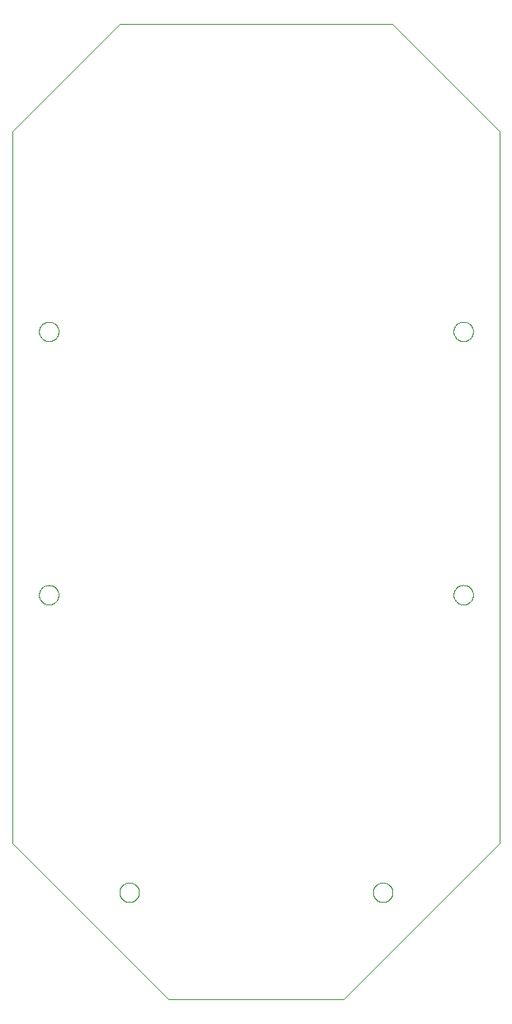
<source format=gbp>
G75*
%MOIN*%
%OFA0B0*%
%FSLAX25Y25*%
%IPPOS*%
%LPD*%
%AMOC8*
5,1,8,0,0,1.08239X$1,22.5*
%
%ADD10C,0.00000*%
D10*
X0064492Y0011220D02*
X0001500Y0074213D01*
X0001500Y0361614D01*
X0044807Y0404921D01*
X0155043Y0404921D01*
X0198350Y0361614D01*
X0198350Y0074213D01*
X0135358Y0011220D01*
X0064492Y0011220D01*
X0044807Y0054528D02*
X0044809Y0054653D01*
X0044815Y0054778D01*
X0044825Y0054902D01*
X0044839Y0055026D01*
X0044856Y0055150D01*
X0044878Y0055273D01*
X0044904Y0055395D01*
X0044933Y0055517D01*
X0044966Y0055637D01*
X0045004Y0055756D01*
X0045044Y0055875D01*
X0045089Y0055991D01*
X0045137Y0056106D01*
X0045189Y0056220D01*
X0045245Y0056332D01*
X0045304Y0056442D01*
X0045366Y0056550D01*
X0045432Y0056657D01*
X0045501Y0056761D01*
X0045574Y0056862D01*
X0045649Y0056962D01*
X0045728Y0057059D01*
X0045810Y0057153D01*
X0045895Y0057245D01*
X0045982Y0057334D01*
X0046073Y0057420D01*
X0046166Y0057503D01*
X0046262Y0057584D01*
X0046360Y0057661D01*
X0046460Y0057735D01*
X0046563Y0057806D01*
X0046668Y0057873D01*
X0046776Y0057938D01*
X0046885Y0057998D01*
X0046996Y0058056D01*
X0047109Y0058109D01*
X0047223Y0058159D01*
X0047339Y0058206D01*
X0047456Y0058248D01*
X0047575Y0058287D01*
X0047695Y0058323D01*
X0047816Y0058354D01*
X0047938Y0058382D01*
X0048060Y0058405D01*
X0048184Y0058425D01*
X0048308Y0058441D01*
X0048432Y0058453D01*
X0048557Y0058461D01*
X0048682Y0058465D01*
X0048806Y0058465D01*
X0048931Y0058461D01*
X0049056Y0058453D01*
X0049180Y0058441D01*
X0049304Y0058425D01*
X0049428Y0058405D01*
X0049550Y0058382D01*
X0049672Y0058354D01*
X0049793Y0058323D01*
X0049913Y0058287D01*
X0050032Y0058248D01*
X0050149Y0058206D01*
X0050265Y0058159D01*
X0050379Y0058109D01*
X0050492Y0058056D01*
X0050603Y0057998D01*
X0050713Y0057938D01*
X0050820Y0057873D01*
X0050925Y0057806D01*
X0051028Y0057735D01*
X0051128Y0057661D01*
X0051226Y0057584D01*
X0051322Y0057503D01*
X0051415Y0057420D01*
X0051506Y0057334D01*
X0051593Y0057245D01*
X0051678Y0057153D01*
X0051760Y0057059D01*
X0051839Y0056962D01*
X0051914Y0056862D01*
X0051987Y0056761D01*
X0052056Y0056657D01*
X0052122Y0056550D01*
X0052184Y0056442D01*
X0052243Y0056332D01*
X0052299Y0056220D01*
X0052351Y0056106D01*
X0052399Y0055991D01*
X0052444Y0055875D01*
X0052484Y0055756D01*
X0052522Y0055637D01*
X0052555Y0055517D01*
X0052584Y0055395D01*
X0052610Y0055273D01*
X0052632Y0055150D01*
X0052649Y0055026D01*
X0052663Y0054902D01*
X0052673Y0054778D01*
X0052679Y0054653D01*
X0052681Y0054528D01*
X0052679Y0054403D01*
X0052673Y0054278D01*
X0052663Y0054154D01*
X0052649Y0054030D01*
X0052632Y0053906D01*
X0052610Y0053783D01*
X0052584Y0053661D01*
X0052555Y0053539D01*
X0052522Y0053419D01*
X0052484Y0053300D01*
X0052444Y0053181D01*
X0052399Y0053065D01*
X0052351Y0052950D01*
X0052299Y0052836D01*
X0052243Y0052724D01*
X0052184Y0052614D01*
X0052122Y0052506D01*
X0052056Y0052399D01*
X0051987Y0052295D01*
X0051914Y0052194D01*
X0051839Y0052094D01*
X0051760Y0051997D01*
X0051678Y0051903D01*
X0051593Y0051811D01*
X0051506Y0051722D01*
X0051415Y0051636D01*
X0051322Y0051553D01*
X0051226Y0051472D01*
X0051128Y0051395D01*
X0051028Y0051321D01*
X0050925Y0051250D01*
X0050820Y0051183D01*
X0050712Y0051118D01*
X0050603Y0051058D01*
X0050492Y0051000D01*
X0050379Y0050947D01*
X0050265Y0050897D01*
X0050149Y0050850D01*
X0050032Y0050808D01*
X0049913Y0050769D01*
X0049793Y0050733D01*
X0049672Y0050702D01*
X0049550Y0050674D01*
X0049428Y0050651D01*
X0049304Y0050631D01*
X0049180Y0050615D01*
X0049056Y0050603D01*
X0048931Y0050595D01*
X0048806Y0050591D01*
X0048682Y0050591D01*
X0048557Y0050595D01*
X0048432Y0050603D01*
X0048308Y0050615D01*
X0048184Y0050631D01*
X0048060Y0050651D01*
X0047938Y0050674D01*
X0047816Y0050702D01*
X0047695Y0050733D01*
X0047575Y0050769D01*
X0047456Y0050808D01*
X0047339Y0050850D01*
X0047223Y0050897D01*
X0047109Y0050947D01*
X0046996Y0051000D01*
X0046885Y0051058D01*
X0046775Y0051118D01*
X0046668Y0051183D01*
X0046563Y0051250D01*
X0046460Y0051321D01*
X0046360Y0051395D01*
X0046262Y0051472D01*
X0046166Y0051553D01*
X0046073Y0051636D01*
X0045982Y0051722D01*
X0045895Y0051811D01*
X0045810Y0051903D01*
X0045728Y0051997D01*
X0045649Y0052094D01*
X0045574Y0052194D01*
X0045501Y0052295D01*
X0045432Y0052399D01*
X0045366Y0052506D01*
X0045304Y0052614D01*
X0045245Y0052724D01*
X0045189Y0052836D01*
X0045137Y0052950D01*
X0045089Y0053065D01*
X0045044Y0053181D01*
X0045004Y0053300D01*
X0044966Y0053419D01*
X0044933Y0053539D01*
X0044904Y0053661D01*
X0044878Y0053783D01*
X0044856Y0053906D01*
X0044839Y0054030D01*
X0044825Y0054154D01*
X0044815Y0054278D01*
X0044809Y0054403D01*
X0044807Y0054528D01*
X0012327Y0174606D02*
X0012329Y0174731D01*
X0012335Y0174856D01*
X0012345Y0174980D01*
X0012359Y0175104D01*
X0012376Y0175228D01*
X0012398Y0175351D01*
X0012424Y0175473D01*
X0012453Y0175595D01*
X0012486Y0175715D01*
X0012524Y0175834D01*
X0012564Y0175953D01*
X0012609Y0176069D01*
X0012657Y0176184D01*
X0012709Y0176298D01*
X0012765Y0176410D01*
X0012824Y0176520D01*
X0012886Y0176628D01*
X0012952Y0176735D01*
X0013021Y0176839D01*
X0013094Y0176940D01*
X0013169Y0177040D01*
X0013248Y0177137D01*
X0013330Y0177231D01*
X0013415Y0177323D01*
X0013502Y0177412D01*
X0013593Y0177498D01*
X0013686Y0177581D01*
X0013782Y0177662D01*
X0013880Y0177739D01*
X0013980Y0177813D01*
X0014083Y0177884D01*
X0014188Y0177951D01*
X0014296Y0178016D01*
X0014405Y0178076D01*
X0014516Y0178134D01*
X0014629Y0178187D01*
X0014743Y0178237D01*
X0014859Y0178284D01*
X0014976Y0178326D01*
X0015095Y0178365D01*
X0015215Y0178401D01*
X0015336Y0178432D01*
X0015458Y0178460D01*
X0015580Y0178483D01*
X0015704Y0178503D01*
X0015828Y0178519D01*
X0015952Y0178531D01*
X0016077Y0178539D01*
X0016202Y0178543D01*
X0016326Y0178543D01*
X0016451Y0178539D01*
X0016576Y0178531D01*
X0016700Y0178519D01*
X0016824Y0178503D01*
X0016948Y0178483D01*
X0017070Y0178460D01*
X0017192Y0178432D01*
X0017313Y0178401D01*
X0017433Y0178365D01*
X0017552Y0178326D01*
X0017669Y0178284D01*
X0017785Y0178237D01*
X0017899Y0178187D01*
X0018012Y0178134D01*
X0018123Y0178076D01*
X0018233Y0178016D01*
X0018340Y0177951D01*
X0018445Y0177884D01*
X0018548Y0177813D01*
X0018648Y0177739D01*
X0018746Y0177662D01*
X0018842Y0177581D01*
X0018935Y0177498D01*
X0019026Y0177412D01*
X0019113Y0177323D01*
X0019198Y0177231D01*
X0019280Y0177137D01*
X0019359Y0177040D01*
X0019434Y0176940D01*
X0019507Y0176839D01*
X0019576Y0176735D01*
X0019642Y0176628D01*
X0019704Y0176520D01*
X0019763Y0176410D01*
X0019819Y0176298D01*
X0019871Y0176184D01*
X0019919Y0176069D01*
X0019964Y0175953D01*
X0020004Y0175834D01*
X0020042Y0175715D01*
X0020075Y0175595D01*
X0020104Y0175473D01*
X0020130Y0175351D01*
X0020152Y0175228D01*
X0020169Y0175104D01*
X0020183Y0174980D01*
X0020193Y0174856D01*
X0020199Y0174731D01*
X0020201Y0174606D01*
X0020199Y0174481D01*
X0020193Y0174356D01*
X0020183Y0174232D01*
X0020169Y0174108D01*
X0020152Y0173984D01*
X0020130Y0173861D01*
X0020104Y0173739D01*
X0020075Y0173617D01*
X0020042Y0173497D01*
X0020004Y0173378D01*
X0019964Y0173259D01*
X0019919Y0173143D01*
X0019871Y0173028D01*
X0019819Y0172914D01*
X0019763Y0172802D01*
X0019704Y0172692D01*
X0019642Y0172584D01*
X0019576Y0172477D01*
X0019507Y0172373D01*
X0019434Y0172272D01*
X0019359Y0172172D01*
X0019280Y0172075D01*
X0019198Y0171981D01*
X0019113Y0171889D01*
X0019026Y0171800D01*
X0018935Y0171714D01*
X0018842Y0171631D01*
X0018746Y0171550D01*
X0018648Y0171473D01*
X0018548Y0171399D01*
X0018445Y0171328D01*
X0018340Y0171261D01*
X0018232Y0171196D01*
X0018123Y0171136D01*
X0018012Y0171078D01*
X0017899Y0171025D01*
X0017785Y0170975D01*
X0017669Y0170928D01*
X0017552Y0170886D01*
X0017433Y0170847D01*
X0017313Y0170811D01*
X0017192Y0170780D01*
X0017070Y0170752D01*
X0016948Y0170729D01*
X0016824Y0170709D01*
X0016700Y0170693D01*
X0016576Y0170681D01*
X0016451Y0170673D01*
X0016326Y0170669D01*
X0016202Y0170669D01*
X0016077Y0170673D01*
X0015952Y0170681D01*
X0015828Y0170693D01*
X0015704Y0170709D01*
X0015580Y0170729D01*
X0015458Y0170752D01*
X0015336Y0170780D01*
X0015215Y0170811D01*
X0015095Y0170847D01*
X0014976Y0170886D01*
X0014859Y0170928D01*
X0014743Y0170975D01*
X0014629Y0171025D01*
X0014516Y0171078D01*
X0014405Y0171136D01*
X0014295Y0171196D01*
X0014188Y0171261D01*
X0014083Y0171328D01*
X0013980Y0171399D01*
X0013880Y0171473D01*
X0013782Y0171550D01*
X0013686Y0171631D01*
X0013593Y0171714D01*
X0013502Y0171800D01*
X0013415Y0171889D01*
X0013330Y0171981D01*
X0013248Y0172075D01*
X0013169Y0172172D01*
X0013094Y0172272D01*
X0013021Y0172373D01*
X0012952Y0172477D01*
X0012886Y0172584D01*
X0012824Y0172692D01*
X0012765Y0172802D01*
X0012709Y0172914D01*
X0012657Y0173028D01*
X0012609Y0173143D01*
X0012564Y0173259D01*
X0012524Y0173378D01*
X0012486Y0173497D01*
X0012453Y0173617D01*
X0012424Y0173739D01*
X0012398Y0173861D01*
X0012376Y0173984D01*
X0012359Y0174108D01*
X0012345Y0174232D01*
X0012335Y0174356D01*
X0012329Y0174481D01*
X0012327Y0174606D01*
X0012327Y0280906D02*
X0012329Y0281031D01*
X0012335Y0281156D01*
X0012345Y0281280D01*
X0012359Y0281404D01*
X0012376Y0281528D01*
X0012398Y0281651D01*
X0012424Y0281773D01*
X0012453Y0281895D01*
X0012486Y0282015D01*
X0012524Y0282134D01*
X0012564Y0282253D01*
X0012609Y0282369D01*
X0012657Y0282484D01*
X0012709Y0282598D01*
X0012765Y0282710D01*
X0012824Y0282820D01*
X0012886Y0282928D01*
X0012952Y0283035D01*
X0013021Y0283139D01*
X0013094Y0283240D01*
X0013169Y0283340D01*
X0013248Y0283437D01*
X0013330Y0283531D01*
X0013415Y0283623D01*
X0013502Y0283712D01*
X0013593Y0283798D01*
X0013686Y0283881D01*
X0013782Y0283962D01*
X0013880Y0284039D01*
X0013980Y0284113D01*
X0014083Y0284184D01*
X0014188Y0284251D01*
X0014296Y0284316D01*
X0014405Y0284376D01*
X0014516Y0284434D01*
X0014629Y0284487D01*
X0014743Y0284537D01*
X0014859Y0284584D01*
X0014976Y0284626D01*
X0015095Y0284665D01*
X0015215Y0284701D01*
X0015336Y0284732D01*
X0015458Y0284760D01*
X0015580Y0284783D01*
X0015704Y0284803D01*
X0015828Y0284819D01*
X0015952Y0284831D01*
X0016077Y0284839D01*
X0016202Y0284843D01*
X0016326Y0284843D01*
X0016451Y0284839D01*
X0016576Y0284831D01*
X0016700Y0284819D01*
X0016824Y0284803D01*
X0016948Y0284783D01*
X0017070Y0284760D01*
X0017192Y0284732D01*
X0017313Y0284701D01*
X0017433Y0284665D01*
X0017552Y0284626D01*
X0017669Y0284584D01*
X0017785Y0284537D01*
X0017899Y0284487D01*
X0018012Y0284434D01*
X0018123Y0284376D01*
X0018233Y0284316D01*
X0018340Y0284251D01*
X0018445Y0284184D01*
X0018548Y0284113D01*
X0018648Y0284039D01*
X0018746Y0283962D01*
X0018842Y0283881D01*
X0018935Y0283798D01*
X0019026Y0283712D01*
X0019113Y0283623D01*
X0019198Y0283531D01*
X0019280Y0283437D01*
X0019359Y0283340D01*
X0019434Y0283240D01*
X0019507Y0283139D01*
X0019576Y0283035D01*
X0019642Y0282928D01*
X0019704Y0282820D01*
X0019763Y0282710D01*
X0019819Y0282598D01*
X0019871Y0282484D01*
X0019919Y0282369D01*
X0019964Y0282253D01*
X0020004Y0282134D01*
X0020042Y0282015D01*
X0020075Y0281895D01*
X0020104Y0281773D01*
X0020130Y0281651D01*
X0020152Y0281528D01*
X0020169Y0281404D01*
X0020183Y0281280D01*
X0020193Y0281156D01*
X0020199Y0281031D01*
X0020201Y0280906D01*
X0020199Y0280781D01*
X0020193Y0280656D01*
X0020183Y0280532D01*
X0020169Y0280408D01*
X0020152Y0280284D01*
X0020130Y0280161D01*
X0020104Y0280039D01*
X0020075Y0279917D01*
X0020042Y0279797D01*
X0020004Y0279678D01*
X0019964Y0279559D01*
X0019919Y0279443D01*
X0019871Y0279328D01*
X0019819Y0279214D01*
X0019763Y0279102D01*
X0019704Y0278992D01*
X0019642Y0278884D01*
X0019576Y0278777D01*
X0019507Y0278673D01*
X0019434Y0278572D01*
X0019359Y0278472D01*
X0019280Y0278375D01*
X0019198Y0278281D01*
X0019113Y0278189D01*
X0019026Y0278100D01*
X0018935Y0278014D01*
X0018842Y0277931D01*
X0018746Y0277850D01*
X0018648Y0277773D01*
X0018548Y0277699D01*
X0018445Y0277628D01*
X0018340Y0277561D01*
X0018232Y0277496D01*
X0018123Y0277436D01*
X0018012Y0277378D01*
X0017899Y0277325D01*
X0017785Y0277275D01*
X0017669Y0277228D01*
X0017552Y0277186D01*
X0017433Y0277147D01*
X0017313Y0277111D01*
X0017192Y0277080D01*
X0017070Y0277052D01*
X0016948Y0277029D01*
X0016824Y0277009D01*
X0016700Y0276993D01*
X0016576Y0276981D01*
X0016451Y0276973D01*
X0016326Y0276969D01*
X0016202Y0276969D01*
X0016077Y0276973D01*
X0015952Y0276981D01*
X0015828Y0276993D01*
X0015704Y0277009D01*
X0015580Y0277029D01*
X0015458Y0277052D01*
X0015336Y0277080D01*
X0015215Y0277111D01*
X0015095Y0277147D01*
X0014976Y0277186D01*
X0014859Y0277228D01*
X0014743Y0277275D01*
X0014629Y0277325D01*
X0014516Y0277378D01*
X0014405Y0277436D01*
X0014295Y0277496D01*
X0014188Y0277561D01*
X0014083Y0277628D01*
X0013980Y0277699D01*
X0013880Y0277773D01*
X0013782Y0277850D01*
X0013686Y0277931D01*
X0013593Y0278014D01*
X0013502Y0278100D01*
X0013415Y0278189D01*
X0013330Y0278281D01*
X0013248Y0278375D01*
X0013169Y0278472D01*
X0013094Y0278572D01*
X0013021Y0278673D01*
X0012952Y0278777D01*
X0012886Y0278884D01*
X0012824Y0278992D01*
X0012765Y0279102D01*
X0012709Y0279214D01*
X0012657Y0279328D01*
X0012609Y0279443D01*
X0012564Y0279559D01*
X0012524Y0279678D01*
X0012486Y0279797D01*
X0012453Y0279917D01*
X0012424Y0280039D01*
X0012398Y0280161D01*
X0012376Y0280284D01*
X0012359Y0280408D01*
X0012345Y0280532D01*
X0012335Y0280656D01*
X0012329Y0280781D01*
X0012327Y0280906D01*
X0147169Y0054528D02*
X0147171Y0054653D01*
X0147177Y0054778D01*
X0147187Y0054902D01*
X0147201Y0055026D01*
X0147218Y0055150D01*
X0147240Y0055273D01*
X0147266Y0055395D01*
X0147295Y0055517D01*
X0147328Y0055637D01*
X0147366Y0055756D01*
X0147406Y0055875D01*
X0147451Y0055991D01*
X0147499Y0056106D01*
X0147551Y0056220D01*
X0147607Y0056332D01*
X0147666Y0056442D01*
X0147728Y0056550D01*
X0147794Y0056657D01*
X0147863Y0056761D01*
X0147936Y0056862D01*
X0148011Y0056962D01*
X0148090Y0057059D01*
X0148172Y0057153D01*
X0148257Y0057245D01*
X0148344Y0057334D01*
X0148435Y0057420D01*
X0148528Y0057503D01*
X0148624Y0057584D01*
X0148722Y0057661D01*
X0148822Y0057735D01*
X0148925Y0057806D01*
X0149030Y0057873D01*
X0149138Y0057938D01*
X0149247Y0057998D01*
X0149358Y0058056D01*
X0149471Y0058109D01*
X0149585Y0058159D01*
X0149701Y0058206D01*
X0149818Y0058248D01*
X0149937Y0058287D01*
X0150057Y0058323D01*
X0150178Y0058354D01*
X0150300Y0058382D01*
X0150422Y0058405D01*
X0150546Y0058425D01*
X0150670Y0058441D01*
X0150794Y0058453D01*
X0150919Y0058461D01*
X0151044Y0058465D01*
X0151168Y0058465D01*
X0151293Y0058461D01*
X0151418Y0058453D01*
X0151542Y0058441D01*
X0151666Y0058425D01*
X0151790Y0058405D01*
X0151912Y0058382D01*
X0152034Y0058354D01*
X0152155Y0058323D01*
X0152275Y0058287D01*
X0152394Y0058248D01*
X0152511Y0058206D01*
X0152627Y0058159D01*
X0152741Y0058109D01*
X0152854Y0058056D01*
X0152965Y0057998D01*
X0153075Y0057938D01*
X0153182Y0057873D01*
X0153287Y0057806D01*
X0153390Y0057735D01*
X0153490Y0057661D01*
X0153588Y0057584D01*
X0153684Y0057503D01*
X0153777Y0057420D01*
X0153868Y0057334D01*
X0153955Y0057245D01*
X0154040Y0057153D01*
X0154122Y0057059D01*
X0154201Y0056962D01*
X0154276Y0056862D01*
X0154349Y0056761D01*
X0154418Y0056657D01*
X0154484Y0056550D01*
X0154546Y0056442D01*
X0154605Y0056332D01*
X0154661Y0056220D01*
X0154713Y0056106D01*
X0154761Y0055991D01*
X0154806Y0055875D01*
X0154846Y0055756D01*
X0154884Y0055637D01*
X0154917Y0055517D01*
X0154946Y0055395D01*
X0154972Y0055273D01*
X0154994Y0055150D01*
X0155011Y0055026D01*
X0155025Y0054902D01*
X0155035Y0054778D01*
X0155041Y0054653D01*
X0155043Y0054528D01*
X0155041Y0054403D01*
X0155035Y0054278D01*
X0155025Y0054154D01*
X0155011Y0054030D01*
X0154994Y0053906D01*
X0154972Y0053783D01*
X0154946Y0053661D01*
X0154917Y0053539D01*
X0154884Y0053419D01*
X0154846Y0053300D01*
X0154806Y0053181D01*
X0154761Y0053065D01*
X0154713Y0052950D01*
X0154661Y0052836D01*
X0154605Y0052724D01*
X0154546Y0052614D01*
X0154484Y0052506D01*
X0154418Y0052399D01*
X0154349Y0052295D01*
X0154276Y0052194D01*
X0154201Y0052094D01*
X0154122Y0051997D01*
X0154040Y0051903D01*
X0153955Y0051811D01*
X0153868Y0051722D01*
X0153777Y0051636D01*
X0153684Y0051553D01*
X0153588Y0051472D01*
X0153490Y0051395D01*
X0153390Y0051321D01*
X0153287Y0051250D01*
X0153182Y0051183D01*
X0153074Y0051118D01*
X0152965Y0051058D01*
X0152854Y0051000D01*
X0152741Y0050947D01*
X0152627Y0050897D01*
X0152511Y0050850D01*
X0152394Y0050808D01*
X0152275Y0050769D01*
X0152155Y0050733D01*
X0152034Y0050702D01*
X0151912Y0050674D01*
X0151790Y0050651D01*
X0151666Y0050631D01*
X0151542Y0050615D01*
X0151418Y0050603D01*
X0151293Y0050595D01*
X0151168Y0050591D01*
X0151044Y0050591D01*
X0150919Y0050595D01*
X0150794Y0050603D01*
X0150670Y0050615D01*
X0150546Y0050631D01*
X0150422Y0050651D01*
X0150300Y0050674D01*
X0150178Y0050702D01*
X0150057Y0050733D01*
X0149937Y0050769D01*
X0149818Y0050808D01*
X0149701Y0050850D01*
X0149585Y0050897D01*
X0149471Y0050947D01*
X0149358Y0051000D01*
X0149247Y0051058D01*
X0149137Y0051118D01*
X0149030Y0051183D01*
X0148925Y0051250D01*
X0148822Y0051321D01*
X0148722Y0051395D01*
X0148624Y0051472D01*
X0148528Y0051553D01*
X0148435Y0051636D01*
X0148344Y0051722D01*
X0148257Y0051811D01*
X0148172Y0051903D01*
X0148090Y0051997D01*
X0148011Y0052094D01*
X0147936Y0052194D01*
X0147863Y0052295D01*
X0147794Y0052399D01*
X0147728Y0052506D01*
X0147666Y0052614D01*
X0147607Y0052724D01*
X0147551Y0052836D01*
X0147499Y0052950D01*
X0147451Y0053065D01*
X0147406Y0053181D01*
X0147366Y0053300D01*
X0147328Y0053419D01*
X0147295Y0053539D01*
X0147266Y0053661D01*
X0147240Y0053783D01*
X0147218Y0053906D01*
X0147201Y0054030D01*
X0147187Y0054154D01*
X0147177Y0054278D01*
X0147171Y0054403D01*
X0147169Y0054528D01*
X0179650Y0174606D02*
X0179652Y0174731D01*
X0179658Y0174856D01*
X0179668Y0174980D01*
X0179682Y0175104D01*
X0179699Y0175228D01*
X0179721Y0175351D01*
X0179747Y0175473D01*
X0179776Y0175595D01*
X0179809Y0175715D01*
X0179847Y0175834D01*
X0179887Y0175953D01*
X0179932Y0176069D01*
X0179980Y0176184D01*
X0180032Y0176298D01*
X0180088Y0176410D01*
X0180147Y0176520D01*
X0180209Y0176628D01*
X0180275Y0176735D01*
X0180344Y0176839D01*
X0180417Y0176940D01*
X0180492Y0177040D01*
X0180571Y0177137D01*
X0180653Y0177231D01*
X0180738Y0177323D01*
X0180825Y0177412D01*
X0180916Y0177498D01*
X0181009Y0177581D01*
X0181105Y0177662D01*
X0181203Y0177739D01*
X0181303Y0177813D01*
X0181406Y0177884D01*
X0181511Y0177951D01*
X0181619Y0178016D01*
X0181728Y0178076D01*
X0181839Y0178134D01*
X0181952Y0178187D01*
X0182066Y0178237D01*
X0182182Y0178284D01*
X0182299Y0178326D01*
X0182418Y0178365D01*
X0182538Y0178401D01*
X0182659Y0178432D01*
X0182781Y0178460D01*
X0182903Y0178483D01*
X0183027Y0178503D01*
X0183151Y0178519D01*
X0183275Y0178531D01*
X0183400Y0178539D01*
X0183525Y0178543D01*
X0183649Y0178543D01*
X0183774Y0178539D01*
X0183899Y0178531D01*
X0184023Y0178519D01*
X0184147Y0178503D01*
X0184271Y0178483D01*
X0184393Y0178460D01*
X0184515Y0178432D01*
X0184636Y0178401D01*
X0184756Y0178365D01*
X0184875Y0178326D01*
X0184992Y0178284D01*
X0185108Y0178237D01*
X0185222Y0178187D01*
X0185335Y0178134D01*
X0185446Y0178076D01*
X0185556Y0178016D01*
X0185663Y0177951D01*
X0185768Y0177884D01*
X0185871Y0177813D01*
X0185971Y0177739D01*
X0186069Y0177662D01*
X0186165Y0177581D01*
X0186258Y0177498D01*
X0186349Y0177412D01*
X0186436Y0177323D01*
X0186521Y0177231D01*
X0186603Y0177137D01*
X0186682Y0177040D01*
X0186757Y0176940D01*
X0186830Y0176839D01*
X0186899Y0176735D01*
X0186965Y0176628D01*
X0187027Y0176520D01*
X0187086Y0176410D01*
X0187142Y0176298D01*
X0187194Y0176184D01*
X0187242Y0176069D01*
X0187287Y0175953D01*
X0187327Y0175834D01*
X0187365Y0175715D01*
X0187398Y0175595D01*
X0187427Y0175473D01*
X0187453Y0175351D01*
X0187475Y0175228D01*
X0187492Y0175104D01*
X0187506Y0174980D01*
X0187516Y0174856D01*
X0187522Y0174731D01*
X0187524Y0174606D01*
X0187522Y0174481D01*
X0187516Y0174356D01*
X0187506Y0174232D01*
X0187492Y0174108D01*
X0187475Y0173984D01*
X0187453Y0173861D01*
X0187427Y0173739D01*
X0187398Y0173617D01*
X0187365Y0173497D01*
X0187327Y0173378D01*
X0187287Y0173259D01*
X0187242Y0173143D01*
X0187194Y0173028D01*
X0187142Y0172914D01*
X0187086Y0172802D01*
X0187027Y0172692D01*
X0186965Y0172584D01*
X0186899Y0172477D01*
X0186830Y0172373D01*
X0186757Y0172272D01*
X0186682Y0172172D01*
X0186603Y0172075D01*
X0186521Y0171981D01*
X0186436Y0171889D01*
X0186349Y0171800D01*
X0186258Y0171714D01*
X0186165Y0171631D01*
X0186069Y0171550D01*
X0185971Y0171473D01*
X0185871Y0171399D01*
X0185768Y0171328D01*
X0185663Y0171261D01*
X0185555Y0171196D01*
X0185446Y0171136D01*
X0185335Y0171078D01*
X0185222Y0171025D01*
X0185108Y0170975D01*
X0184992Y0170928D01*
X0184875Y0170886D01*
X0184756Y0170847D01*
X0184636Y0170811D01*
X0184515Y0170780D01*
X0184393Y0170752D01*
X0184271Y0170729D01*
X0184147Y0170709D01*
X0184023Y0170693D01*
X0183899Y0170681D01*
X0183774Y0170673D01*
X0183649Y0170669D01*
X0183525Y0170669D01*
X0183400Y0170673D01*
X0183275Y0170681D01*
X0183151Y0170693D01*
X0183027Y0170709D01*
X0182903Y0170729D01*
X0182781Y0170752D01*
X0182659Y0170780D01*
X0182538Y0170811D01*
X0182418Y0170847D01*
X0182299Y0170886D01*
X0182182Y0170928D01*
X0182066Y0170975D01*
X0181952Y0171025D01*
X0181839Y0171078D01*
X0181728Y0171136D01*
X0181618Y0171196D01*
X0181511Y0171261D01*
X0181406Y0171328D01*
X0181303Y0171399D01*
X0181203Y0171473D01*
X0181105Y0171550D01*
X0181009Y0171631D01*
X0180916Y0171714D01*
X0180825Y0171800D01*
X0180738Y0171889D01*
X0180653Y0171981D01*
X0180571Y0172075D01*
X0180492Y0172172D01*
X0180417Y0172272D01*
X0180344Y0172373D01*
X0180275Y0172477D01*
X0180209Y0172584D01*
X0180147Y0172692D01*
X0180088Y0172802D01*
X0180032Y0172914D01*
X0179980Y0173028D01*
X0179932Y0173143D01*
X0179887Y0173259D01*
X0179847Y0173378D01*
X0179809Y0173497D01*
X0179776Y0173617D01*
X0179747Y0173739D01*
X0179721Y0173861D01*
X0179699Y0173984D01*
X0179682Y0174108D01*
X0179668Y0174232D01*
X0179658Y0174356D01*
X0179652Y0174481D01*
X0179650Y0174606D01*
X0179650Y0280906D02*
X0179652Y0281031D01*
X0179658Y0281156D01*
X0179668Y0281280D01*
X0179682Y0281404D01*
X0179699Y0281528D01*
X0179721Y0281651D01*
X0179747Y0281773D01*
X0179776Y0281895D01*
X0179809Y0282015D01*
X0179847Y0282134D01*
X0179887Y0282253D01*
X0179932Y0282369D01*
X0179980Y0282484D01*
X0180032Y0282598D01*
X0180088Y0282710D01*
X0180147Y0282820D01*
X0180209Y0282928D01*
X0180275Y0283035D01*
X0180344Y0283139D01*
X0180417Y0283240D01*
X0180492Y0283340D01*
X0180571Y0283437D01*
X0180653Y0283531D01*
X0180738Y0283623D01*
X0180825Y0283712D01*
X0180916Y0283798D01*
X0181009Y0283881D01*
X0181105Y0283962D01*
X0181203Y0284039D01*
X0181303Y0284113D01*
X0181406Y0284184D01*
X0181511Y0284251D01*
X0181619Y0284316D01*
X0181728Y0284376D01*
X0181839Y0284434D01*
X0181952Y0284487D01*
X0182066Y0284537D01*
X0182182Y0284584D01*
X0182299Y0284626D01*
X0182418Y0284665D01*
X0182538Y0284701D01*
X0182659Y0284732D01*
X0182781Y0284760D01*
X0182903Y0284783D01*
X0183027Y0284803D01*
X0183151Y0284819D01*
X0183275Y0284831D01*
X0183400Y0284839D01*
X0183525Y0284843D01*
X0183649Y0284843D01*
X0183774Y0284839D01*
X0183899Y0284831D01*
X0184023Y0284819D01*
X0184147Y0284803D01*
X0184271Y0284783D01*
X0184393Y0284760D01*
X0184515Y0284732D01*
X0184636Y0284701D01*
X0184756Y0284665D01*
X0184875Y0284626D01*
X0184992Y0284584D01*
X0185108Y0284537D01*
X0185222Y0284487D01*
X0185335Y0284434D01*
X0185446Y0284376D01*
X0185556Y0284316D01*
X0185663Y0284251D01*
X0185768Y0284184D01*
X0185871Y0284113D01*
X0185971Y0284039D01*
X0186069Y0283962D01*
X0186165Y0283881D01*
X0186258Y0283798D01*
X0186349Y0283712D01*
X0186436Y0283623D01*
X0186521Y0283531D01*
X0186603Y0283437D01*
X0186682Y0283340D01*
X0186757Y0283240D01*
X0186830Y0283139D01*
X0186899Y0283035D01*
X0186965Y0282928D01*
X0187027Y0282820D01*
X0187086Y0282710D01*
X0187142Y0282598D01*
X0187194Y0282484D01*
X0187242Y0282369D01*
X0187287Y0282253D01*
X0187327Y0282134D01*
X0187365Y0282015D01*
X0187398Y0281895D01*
X0187427Y0281773D01*
X0187453Y0281651D01*
X0187475Y0281528D01*
X0187492Y0281404D01*
X0187506Y0281280D01*
X0187516Y0281156D01*
X0187522Y0281031D01*
X0187524Y0280906D01*
X0187522Y0280781D01*
X0187516Y0280656D01*
X0187506Y0280532D01*
X0187492Y0280408D01*
X0187475Y0280284D01*
X0187453Y0280161D01*
X0187427Y0280039D01*
X0187398Y0279917D01*
X0187365Y0279797D01*
X0187327Y0279678D01*
X0187287Y0279559D01*
X0187242Y0279443D01*
X0187194Y0279328D01*
X0187142Y0279214D01*
X0187086Y0279102D01*
X0187027Y0278992D01*
X0186965Y0278884D01*
X0186899Y0278777D01*
X0186830Y0278673D01*
X0186757Y0278572D01*
X0186682Y0278472D01*
X0186603Y0278375D01*
X0186521Y0278281D01*
X0186436Y0278189D01*
X0186349Y0278100D01*
X0186258Y0278014D01*
X0186165Y0277931D01*
X0186069Y0277850D01*
X0185971Y0277773D01*
X0185871Y0277699D01*
X0185768Y0277628D01*
X0185663Y0277561D01*
X0185555Y0277496D01*
X0185446Y0277436D01*
X0185335Y0277378D01*
X0185222Y0277325D01*
X0185108Y0277275D01*
X0184992Y0277228D01*
X0184875Y0277186D01*
X0184756Y0277147D01*
X0184636Y0277111D01*
X0184515Y0277080D01*
X0184393Y0277052D01*
X0184271Y0277029D01*
X0184147Y0277009D01*
X0184023Y0276993D01*
X0183899Y0276981D01*
X0183774Y0276973D01*
X0183649Y0276969D01*
X0183525Y0276969D01*
X0183400Y0276973D01*
X0183275Y0276981D01*
X0183151Y0276993D01*
X0183027Y0277009D01*
X0182903Y0277029D01*
X0182781Y0277052D01*
X0182659Y0277080D01*
X0182538Y0277111D01*
X0182418Y0277147D01*
X0182299Y0277186D01*
X0182182Y0277228D01*
X0182066Y0277275D01*
X0181952Y0277325D01*
X0181839Y0277378D01*
X0181728Y0277436D01*
X0181618Y0277496D01*
X0181511Y0277561D01*
X0181406Y0277628D01*
X0181303Y0277699D01*
X0181203Y0277773D01*
X0181105Y0277850D01*
X0181009Y0277931D01*
X0180916Y0278014D01*
X0180825Y0278100D01*
X0180738Y0278189D01*
X0180653Y0278281D01*
X0180571Y0278375D01*
X0180492Y0278472D01*
X0180417Y0278572D01*
X0180344Y0278673D01*
X0180275Y0278777D01*
X0180209Y0278884D01*
X0180147Y0278992D01*
X0180088Y0279102D01*
X0180032Y0279214D01*
X0179980Y0279328D01*
X0179932Y0279443D01*
X0179887Y0279559D01*
X0179847Y0279678D01*
X0179809Y0279797D01*
X0179776Y0279917D01*
X0179747Y0280039D01*
X0179721Y0280161D01*
X0179699Y0280284D01*
X0179682Y0280408D01*
X0179668Y0280532D01*
X0179658Y0280656D01*
X0179652Y0280781D01*
X0179650Y0280906D01*
M02*

</source>
